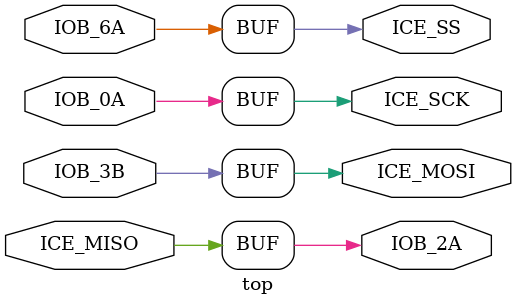
<source format=v>
module top(
    output ICE_SS, ICE_SCK, ICE_MOSI, IOB_2A, input IOB_6A, IOB_0A, IOB_3B, ICE_MISO
);

    assign ICE_SS = IOB_6A;
    assign ICE_SCK = IOB_0A;
    assign ICE_MOSI = IOB_3B;
    assign IOB_2A = ICE_MISO;

endmodule

</source>
